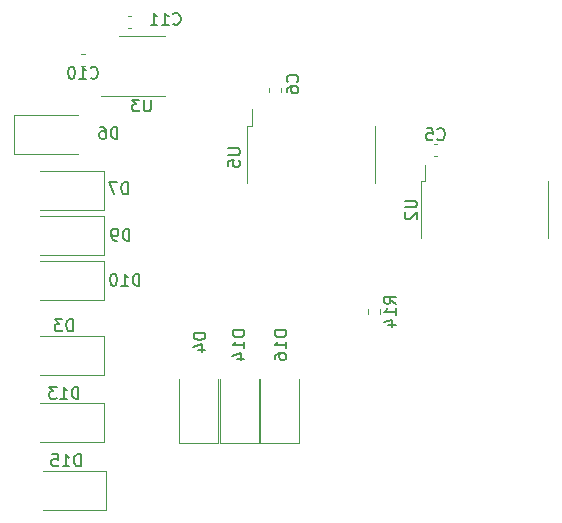
<source format=gbr>
%TF.GenerationSoftware,KiCad,Pcbnew,(6.0.9)*%
%TF.CreationDate,2023-02-03T20:00:34+01:00*%
%TF.ProjectId,jf-ecu32,6a662d65-6375-4333-922e-6b696361645f,rev?*%
%TF.SameCoordinates,Original*%
%TF.FileFunction,Legend,Bot*%
%TF.FilePolarity,Positive*%
%FSLAX46Y46*%
G04 Gerber Fmt 4.6, Leading zero omitted, Abs format (unit mm)*
G04 Created by KiCad (PCBNEW (6.0.9)) date 2023-02-03 20:00:34*
%MOMM*%
%LPD*%
G01*
G04 APERTURE LIST*
%ADD10C,0.150000*%
%ADD11C,0.120000*%
G04 APERTURE END LIST*
D10*
%TO.C,D14*%
X45791380Y-177601714D02*
X44791380Y-177601714D01*
X44791380Y-177839809D01*
X44839000Y-177982666D01*
X44934238Y-178077904D01*
X45029476Y-178125523D01*
X45219952Y-178173142D01*
X45362809Y-178173142D01*
X45553285Y-178125523D01*
X45648523Y-178077904D01*
X45743761Y-177982666D01*
X45791380Y-177839809D01*
X45791380Y-177601714D01*
X45791380Y-179125523D02*
X45791380Y-178554095D01*
X45791380Y-178839809D02*
X44791380Y-178839809D01*
X44934238Y-178744571D01*
X45029476Y-178649333D01*
X45077095Y-178554095D01*
X45124714Y-179982666D02*
X45791380Y-179982666D01*
X44743761Y-179744571D02*
X45458047Y-179506476D01*
X45458047Y-180125523D01*
%TO.C,D9*%
X36044095Y-169997380D02*
X36044095Y-168997380D01*
X35806000Y-168997380D01*
X35663142Y-169045000D01*
X35567904Y-169140238D01*
X35520285Y-169235476D01*
X35472666Y-169425952D01*
X35472666Y-169568809D01*
X35520285Y-169759285D01*
X35567904Y-169854523D01*
X35663142Y-169949761D01*
X35806000Y-169997380D01*
X36044095Y-169997380D01*
X34996476Y-169997380D02*
X34806000Y-169997380D01*
X34710761Y-169949761D01*
X34663142Y-169902142D01*
X34567904Y-169759285D01*
X34520285Y-169568809D01*
X34520285Y-169187857D01*
X34567904Y-169092619D01*
X34615523Y-169045000D01*
X34710761Y-168997380D01*
X34901238Y-168997380D01*
X34996476Y-169045000D01*
X35044095Y-169092619D01*
X35091714Y-169187857D01*
X35091714Y-169425952D01*
X35044095Y-169521190D01*
X34996476Y-169568809D01*
X34901238Y-169616428D01*
X34710761Y-169616428D01*
X34615523Y-169568809D01*
X34567904Y-169521190D01*
X34520285Y-169425952D01*
%TO.C,D16*%
X49347380Y-177601714D02*
X48347380Y-177601714D01*
X48347380Y-177839809D01*
X48395000Y-177982666D01*
X48490238Y-178077904D01*
X48585476Y-178125523D01*
X48775952Y-178173142D01*
X48918809Y-178173142D01*
X49109285Y-178125523D01*
X49204523Y-178077904D01*
X49299761Y-177982666D01*
X49347380Y-177839809D01*
X49347380Y-177601714D01*
X49347380Y-179125523D02*
X49347380Y-178554095D01*
X49347380Y-178839809D02*
X48347380Y-178839809D01*
X48490238Y-178744571D01*
X48585476Y-178649333D01*
X48633095Y-178554095D01*
X48347380Y-179982666D02*
X48347380Y-179792190D01*
X48395000Y-179696952D01*
X48442619Y-179649333D01*
X48585476Y-179554095D01*
X48775952Y-179506476D01*
X49156904Y-179506476D01*
X49252142Y-179554095D01*
X49299761Y-179601714D01*
X49347380Y-179696952D01*
X49347380Y-179887428D01*
X49299761Y-179982666D01*
X49252142Y-180030285D01*
X49156904Y-180077904D01*
X48918809Y-180077904D01*
X48823571Y-180030285D01*
X48775952Y-179982666D01*
X48728333Y-179887428D01*
X48728333Y-179696952D01*
X48775952Y-179601714D01*
X48823571Y-179554095D01*
X48918809Y-179506476D01*
%TO.C,U3*%
X37845904Y-158046380D02*
X37845904Y-158855904D01*
X37798285Y-158951142D01*
X37750666Y-158998761D01*
X37655428Y-159046380D01*
X37464952Y-159046380D01*
X37369714Y-158998761D01*
X37322095Y-158951142D01*
X37274476Y-158855904D01*
X37274476Y-158046380D01*
X36893523Y-158046380D02*
X36274476Y-158046380D01*
X36607809Y-158427333D01*
X36464952Y-158427333D01*
X36369714Y-158474952D01*
X36322095Y-158522571D01*
X36274476Y-158617809D01*
X36274476Y-158855904D01*
X36322095Y-158951142D01*
X36369714Y-158998761D01*
X36464952Y-159046380D01*
X36750666Y-159046380D01*
X36845904Y-158998761D01*
X36893523Y-158951142D01*
%TO.C,D10*%
X36901285Y-173807380D02*
X36901285Y-172807380D01*
X36663190Y-172807380D01*
X36520333Y-172855000D01*
X36425095Y-172950238D01*
X36377476Y-173045476D01*
X36329857Y-173235952D01*
X36329857Y-173378809D01*
X36377476Y-173569285D01*
X36425095Y-173664523D01*
X36520333Y-173759761D01*
X36663190Y-173807380D01*
X36901285Y-173807380D01*
X35377476Y-173807380D02*
X35948904Y-173807380D01*
X35663190Y-173807380D02*
X35663190Y-172807380D01*
X35758428Y-172950238D01*
X35853666Y-173045476D01*
X35948904Y-173093095D01*
X34758428Y-172807380D02*
X34663190Y-172807380D01*
X34567952Y-172855000D01*
X34520333Y-172902619D01*
X34472714Y-172997857D01*
X34425095Y-173188333D01*
X34425095Y-173426428D01*
X34472714Y-173616904D01*
X34520333Y-173712142D01*
X34567952Y-173759761D01*
X34663190Y-173807380D01*
X34758428Y-173807380D01*
X34853666Y-173759761D01*
X34901285Y-173712142D01*
X34948904Y-173616904D01*
X34996523Y-173426428D01*
X34996523Y-173188333D01*
X34948904Y-172997857D01*
X34901285Y-172902619D01*
X34853666Y-172855000D01*
X34758428Y-172807380D01*
%TO.C,C5*%
X62129666Y-161393142D02*
X62177285Y-161440761D01*
X62320142Y-161488380D01*
X62415380Y-161488380D01*
X62558238Y-161440761D01*
X62653476Y-161345523D01*
X62701095Y-161250285D01*
X62748714Y-161059809D01*
X62748714Y-160916952D01*
X62701095Y-160726476D01*
X62653476Y-160631238D01*
X62558238Y-160536000D01*
X62415380Y-160488380D01*
X62320142Y-160488380D01*
X62177285Y-160536000D01*
X62129666Y-160583619D01*
X61224904Y-160488380D02*
X61701095Y-160488380D01*
X61748714Y-160964571D01*
X61701095Y-160916952D01*
X61605857Y-160869333D01*
X61367761Y-160869333D01*
X61272523Y-160916952D01*
X61224904Y-160964571D01*
X61177285Y-161059809D01*
X61177285Y-161297904D01*
X61224904Y-161393142D01*
X61272523Y-161440761D01*
X61367761Y-161488380D01*
X61605857Y-161488380D01*
X61701095Y-161440761D01*
X61748714Y-161393142D01*
%TO.C,D6*%
X35028095Y-161361380D02*
X35028095Y-160361380D01*
X34790000Y-160361380D01*
X34647142Y-160409000D01*
X34551904Y-160504238D01*
X34504285Y-160599476D01*
X34456666Y-160789952D01*
X34456666Y-160932809D01*
X34504285Y-161123285D01*
X34551904Y-161218523D01*
X34647142Y-161313761D01*
X34790000Y-161361380D01*
X35028095Y-161361380D01*
X33599523Y-160361380D02*
X33790000Y-160361380D01*
X33885238Y-160409000D01*
X33932857Y-160456619D01*
X34028095Y-160599476D01*
X34075714Y-160789952D01*
X34075714Y-161170904D01*
X34028095Y-161266142D01*
X33980476Y-161313761D01*
X33885238Y-161361380D01*
X33694761Y-161361380D01*
X33599523Y-161313761D01*
X33551904Y-161266142D01*
X33504285Y-161170904D01*
X33504285Y-160932809D01*
X33551904Y-160837571D01*
X33599523Y-160789952D01*
X33694761Y-160742333D01*
X33885238Y-160742333D01*
X33980476Y-160789952D01*
X34028095Y-160837571D01*
X34075714Y-160932809D01*
%TO.C,C6*%
X50268142Y-156551333D02*
X50315761Y-156503714D01*
X50363380Y-156360857D01*
X50363380Y-156265619D01*
X50315761Y-156122761D01*
X50220523Y-156027523D01*
X50125285Y-155979904D01*
X49934809Y-155932285D01*
X49791952Y-155932285D01*
X49601476Y-155979904D01*
X49506238Y-156027523D01*
X49411000Y-156122761D01*
X49363380Y-156265619D01*
X49363380Y-156360857D01*
X49411000Y-156503714D01*
X49458619Y-156551333D01*
X49363380Y-157408476D02*
X49363380Y-157218000D01*
X49411000Y-157122761D01*
X49458619Y-157075142D01*
X49601476Y-156979904D01*
X49791952Y-156932285D01*
X50172904Y-156932285D01*
X50268142Y-156979904D01*
X50315761Y-157027523D01*
X50363380Y-157122761D01*
X50363380Y-157313238D01*
X50315761Y-157408476D01*
X50268142Y-157456095D01*
X50172904Y-157503714D01*
X49934809Y-157503714D01*
X49839571Y-157456095D01*
X49791952Y-157408476D01*
X49744333Y-157313238D01*
X49744333Y-157122761D01*
X49791952Y-157027523D01*
X49839571Y-156979904D01*
X49934809Y-156932285D01*
%TO.C,C10*%
X32773857Y-156186142D02*
X32821476Y-156233761D01*
X32964333Y-156281380D01*
X33059571Y-156281380D01*
X33202428Y-156233761D01*
X33297666Y-156138523D01*
X33345285Y-156043285D01*
X33392904Y-155852809D01*
X33392904Y-155709952D01*
X33345285Y-155519476D01*
X33297666Y-155424238D01*
X33202428Y-155329000D01*
X33059571Y-155281380D01*
X32964333Y-155281380D01*
X32821476Y-155329000D01*
X32773857Y-155376619D01*
X31821476Y-156281380D02*
X32392904Y-156281380D01*
X32107190Y-156281380D02*
X32107190Y-155281380D01*
X32202428Y-155424238D01*
X32297666Y-155519476D01*
X32392904Y-155567095D01*
X31202428Y-155281380D02*
X31107190Y-155281380D01*
X31011952Y-155329000D01*
X30964333Y-155376619D01*
X30916714Y-155471857D01*
X30869095Y-155662333D01*
X30869095Y-155900428D01*
X30916714Y-156090904D01*
X30964333Y-156186142D01*
X31011952Y-156233761D01*
X31107190Y-156281380D01*
X31202428Y-156281380D01*
X31297666Y-156233761D01*
X31345285Y-156186142D01*
X31392904Y-156090904D01*
X31440523Y-155900428D01*
X31440523Y-155662333D01*
X31392904Y-155471857D01*
X31345285Y-155376619D01*
X31297666Y-155329000D01*
X31202428Y-155281380D01*
%TO.C,D15*%
X31919285Y-189087380D02*
X31919285Y-188087380D01*
X31681190Y-188087380D01*
X31538333Y-188135000D01*
X31443095Y-188230238D01*
X31395476Y-188325476D01*
X31347857Y-188515952D01*
X31347857Y-188658809D01*
X31395476Y-188849285D01*
X31443095Y-188944523D01*
X31538333Y-189039761D01*
X31681190Y-189087380D01*
X31919285Y-189087380D01*
X30395476Y-189087380D02*
X30966904Y-189087380D01*
X30681190Y-189087380D02*
X30681190Y-188087380D01*
X30776428Y-188230238D01*
X30871666Y-188325476D01*
X30966904Y-188373095D01*
X29490714Y-188087380D02*
X29966904Y-188087380D01*
X30014523Y-188563571D01*
X29966904Y-188515952D01*
X29871666Y-188468333D01*
X29633571Y-188468333D01*
X29538333Y-188515952D01*
X29490714Y-188563571D01*
X29443095Y-188658809D01*
X29443095Y-188896904D01*
X29490714Y-188992142D01*
X29538333Y-189039761D01*
X29633571Y-189087380D01*
X29871666Y-189087380D01*
X29966904Y-189039761D01*
X30014523Y-188992142D01*
%TO.C,D13*%
X31734285Y-183372380D02*
X31734285Y-182372380D01*
X31496190Y-182372380D01*
X31353333Y-182420000D01*
X31258095Y-182515238D01*
X31210476Y-182610476D01*
X31162857Y-182800952D01*
X31162857Y-182943809D01*
X31210476Y-183134285D01*
X31258095Y-183229523D01*
X31353333Y-183324761D01*
X31496190Y-183372380D01*
X31734285Y-183372380D01*
X30210476Y-183372380D02*
X30781904Y-183372380D01*
X30496190Y-183372380D02*
X30496190Y-182372380D01*
X30591428Y-182515238D01*
X30686666Y-182610476D01*
X30781904Y-182658095D01*
X29877142Y-182372380D02*
X29258095Y-182372380D01*
X29591428Y-182753333D01*
X29448571Y-182753333D01*
X29353333Y-182800952D01*
X29305714Y-182848571D01*
X29258095Y-182943809D01*
X29258095Y-183181904D01*
X29305714Y-183277142D01*
X29353333Y-183324761D01*
X29448571Y-183372380D01*
X29734285Y-183372380D01*
X29829523Y-183324761D01*
X29877142Y-183277142D01*
%TO.C,R14*%
X58625980Y-175340542D02*
X58149790Y-175007209D01*
X58625980Y-174769114D02*
X57625980Y-174769114D01*
X57625980Y-175150066D01*
X57673600Y-175245304D01*
X57721219Y-175292923D01*
X57816457Y-175340542D01*
X57959314Y-175340542D01*
X58054552Y-175292923D01*
X58102171Y-175245304D01*
X58149790Y-175150066D01*
X58149790Y-174769114D01*
X58625980Y-176292923D02*
X58625980Y-175721495D01*
X58625980Y-176007209D02*
X57625980Y-176007209D01*
X57768838Y-175911971D01*
X57864076Y-175816733D01*
X57911695Y-175721495D01*
X57959314Y-177150066D02*
X58625980Y-177150066D01*
X57578361Y-176911971D02*
X58292647Y-176673876D01*
X58292647Y-177292923D01*
%TO.C,U2*%
X59368580Y-166598695D02*
X60178104Y-166598695D01*
X60273342Y-166646314D01*
X60320961Y-166693933D01*
X60368580Y-166789171D01*
X60368580Y-166979647D01*
X60320961Y-167074885D01*
X60273342Y-167122504D01*
X60178104Y-167170123D01*
X59368580Y-167170123D01*
X59463819Y-167598695D02*
X59416200Y-167646314D01*
X59368580Y-167741552D01*
X59368580Y-167979647D01*
X59416200Y-168074885D01*
X59463819Y-168122504D01*
X59559057Y-168170123D01*
X59654295Y-168170123D01*
X59797152Y-168122504D01*
X60368580Y-167551076D01*
X60368580Y-168170123D01*
%TO.C,D7*%
X35917095Y-166060380D02*
X35917095Y-165060380D01*
X35679000Y-165060380D01*
X35536142Y-165108000D01*
X35440904Y-165203238D01*
X35393285Y-165298476D01*
X35345666Y-165488952D01*
X35345666Y-165631809D01*
X35393285Y-165822285D01*
X35440904Y-165917523D01*
X35536142Y-166012761D01*
X35679000Y-166060380D01*
X35917095Y-166060380D01*
X35012333Y-165060380D02*
X34345666Y-165060380D01*
X34774238Y-166060380D01*
%TO.C,U5*%
X44410380Y-162179095D02*
X45219904Y-162179095D01*
X45315142Y-162226714D01*
X45362761Y-162274333D01*
X45410380Y-162369571D01*
X45410380Y-162560047D01*
X45362761Y-162655285D01*
X45315142Y-162702904D01*
X45219904Y-162750523D01*
X44410380Y-162750523D01*
X44410380Y-163702904D02*
X44410380Y-163226714D01*
X44886571Y-163179095D01*
X44838952Y-163226714D01*
X44791333Y-163321952D01*
X44791333Y-163560047D01*
X44838952Y-163655285D01*
X44886571Y-163702904D01*
X44981809Y-163750523D01*
X45219904Y-163750523D01*
X45315142Y-163702904D01*
X45362761Y-163655285D01*
X45410380Y-163560047D01*
X45410380Y-163321952D01*
X45362761Y-163226714D01*
X45315142Y-163179095D01*
%TO.C,C11*%
X39758857Y-151614142D02*
X39806476Y-151661761D01*
X39949333Y-151709380D01*
X40044571Y-151709380D01*
X40187428Y-151661761D01*
X40282666Y-151566523D01*
X40330285Y-151471285D01*
X40377904Y-151280809D01*
X40377904Y-151137952D01*
X40330285Y-150947476D01*
X40282666Y-150852238D01*
X40187428Y-150757000D01*
X40044571Y-150709380D01*
X39949333Y-150709380D01*
X39806476Y-150757000D01*
X39758857Y-150804619D01*
X38806476Y-151709380D02*
X39377904Y-151709380D01*
X39092190Y-151709380D02*
X39092190Y-150709380D01*
X39187428Y-150852238D01*
X39282666Y-150947476D01*
X39377904Y-150995095D01*
X37854095Y-151709380D02*
X38425523Y-151709380D01*
X38139809Y-151709380D02*
X38139809Y-150709380D01*
X38235047Y-150852238D01*
X38330285Y-150947476D01*
X38425523Y-150995095D01*
%TO.C,D4*%
X42489380Y-177823904D02*
X41489380Y-177823904D01*
X41489380Y-178062000D01*
X41537000Y-178204857D01*
X41632238Y-178300095D01*
X41727476Y-178347714D01*
X41917952Y-178395333D01*
X42060809Y-178395333D01*
X42251285Y-178347714D01*
X42346523Y-178300095D01*
X42441761Y-178204857D01*
X42489380Y-178062000D01*
X42489380Y-177823904D01*
X41822714Y-179252476D02*
X42489380Y-179252476D01*
X41441761Y-179014380D02*
X42156047Y-178776285D01*
X42156047Y-179395333D01*
%TO.C,D3*%
X31258095Y-177657380D02*
X31258095Y-176657380D01*
X31020000Y-176657380D01*
X30877142Y-176705000D01*
X30781904Y-176800238D01*
X30734285Y-176895476D01*
X30686666Y-177085952D01*
X30686666Y-177228809D01*
X30734285Y-177419285D01*
X30781904Y-177514523D01*
X30877142Y-177609761D01*
X31020000Y-177657380D01*
X31258095Y-177657380D01*
X30353333Y-176657380D02*
X29734285Y-176657380D01*
X30067619Y-177038333D01*
X29924761Y-177038333D01*
X29829523Y-177085952D01*
X29781904Y-177133571D01*
X29734285Y-177228809D01*
X29734285Y-177466904D01*
X29781904Y-177562142D01*
X29829523Y-177609761D01*
X29924761Y-177657380D01*
X30210476Y-177657380D01*
X30305714Y-177609761D01*
X30353333Y-177562142D01*
D11*
%TO.C,D14*%
X43689000Y-187150200D02*
X43689000Y-181750200D01*
X46989000Y-187150200D02*
X43689000Y-187150200D01*
X46989000Y-187150200D02*
X46989000Y-181750200D01*
%TO.C,D9*%
X33880000Y-171195000D02*
X28480000Y-171195000D01*
X33880000Y-167895000D02*
X28480000Y-167895000D01*
X33880000Y-167895000D02*
X33880000Y-171195000D01*
%TO.C,D16*%
X50443400Y-187150200D02*
X50443400Y-181750200D01*
X50443400Y-187150200D02*
X47143400Y-187150200D01*
X47143400Y-187150200D02*
X47143400Y-181750200D01*
%TO.C,U3*%
X37084000Y-157754000D02*
X33634000Y-157754000D01*
X37084000Y-152634000D02*
X35134000Y-152634000D01*
X37084000Y-157754000D02*
X39034000Y-157754000D01*
X37084000Y-152634000D02*
X39034000Y-152634000D01*
%TO.C,D10*%
X33920000Y-171705000D02*
X33920000Y-175005000D01*
X33920000Y-175005000D02*
X28520000Y-175005000D01*
X33920000Y-171705000D02*
X28520000Y-171705000D01*
%TO.C,C5*%
X61822420Y-162816000D02*
X62103580Y-162816000D01*
X61822420Y-161796000D02*
X62103580Y-161796000D01*
%TO.C,D6*%
X26286000Y-159386000D02*
X31686000Y-159386000D01*
X26286000Y-162686000D02*
X31686000Y-162686000D01*
X26286000Y-162686000D02*
X26286000Y-159386000D01*
%TO.C,C6*%
X47877000Y-157379580D02*
X47877000Y-157098420D01*
X48897000Y-157379580D02*
X48897000Y-157098420D01*
%TO.C,C10*%
X32271580Y-155196000D02*
X31990420Y-155196000D01*
X32271580Y-154176000D02*
X31990420Y-154176000D01*
%TO.C,D15*%
X34105000Y-189485000D02*
X34105000Y-192785000D01*
X34105000Y-192785000D02*
X28705000Y-192785000D01*
X34105000Y-189485000D02*
X28705000Y-189485000D01*
%TO.C,D13*%
X33920000Y-187070000D02*
X28520000Y-187070000D01*
X33920000Y-183770000D02*
X28520000Y-183770000D01*
X33920000Y-183770000D02*
X33920000Y-187070000D01*
%TO.C,R14*%
X56221100Y-176220658D02*
X56221100Y-175746142D01*
X57266100Y-176220658D02*
X57266100Y-175746142D01*
%TO.C,U2*%
X61116200Y-164960600D02*
X61116200Y-163560600D01*
X60716200Y-164960600D02*
X60716200Y-169760600D01*
X71516200Y-164960600D02*
X71516200Y-169760600D01*
X60716200Y-164960600D02*
X61116200Y-164960600D01*
%TO.C,D7*%
X33880000Y-164085000D02*
X33880000Y-167385000D01*
X33880000Y-167385000D02*
X28480000Y-167385000D01*
X33880000Y-164085000D02*
X28480000Y-164085000D01*
%TO.C,U5*%
X46009600Y-160287000D02*
X46409600Y-160287000D01*
X46409600Y-160287000D02*
X46409600Y-158887000D01*
X46009600Y-160287000D02*
X46009600Y-165087000D01*
X56809600Y-160287000D02*
X56809600Y-165087000D01*
%TO.C,C11*%
X35927420Y-152021000D02*
X36208580Y-152021000D01*
X35927420Y-151001000D02*
X36208580Y-151001000D01*
%TO.C,D4*%
X40260000Y-187140000D02*
X40260000Y-181740000D01*
X43560000Y-187140000D02*
X43560000Y-181740000D01*
X43560000Y-187140000D02*
X40260000Y-187140000D01*
%TO.C,D3*%
X33920000Y-178055000D02*
X28520000Y-178055000D01*
X33920000Y-181355000D02*
X28520000Y-181355000D01*
X33920000Y-178055000D02*
X33920000Y-181355000D01*
%TD*%
M02*

</source>
